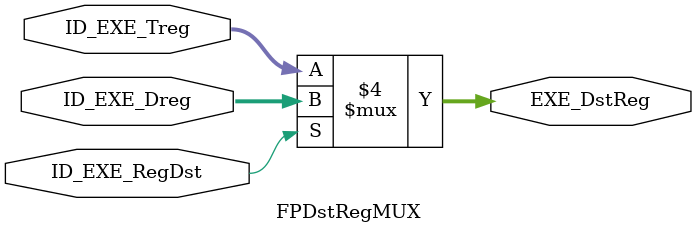
<source format=v>
module FPDstRegMUX (EXE_DstReg, ID_EXE_Treg, ID_EXE_Dreg, ID_EXE_RegDst);

// input 
	input [4:0] ID_EXE_Dreg, ID_EXE_Treg;
	input ID_EXE_RegDst;
	
// output
	output reg [4:0] EXE_DstReg;
	
	always @(*)
		begin
			if(ID_EXE_RegDst == 0)
				EXE_DstReg <= ID_EXE_Treg;
			else 
				EXE_DstReg <= ID_EXE_Dreg;
		end
		
endmodule

</source>
